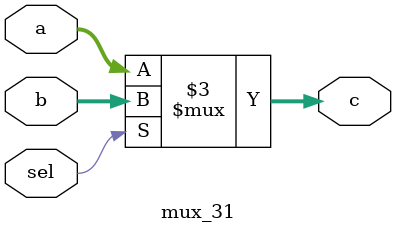
<source format=v>
module mux_31(a,b,c,sel);
input [31:0]a;
input[31:0]b;
input sel;
output [31:0]c;
reg [31:0]c;
always@(a,b,sel) begin
if(sel) begin
c<=b;
end
else begin 
c<=a;
end
end
endmodule

</source>
